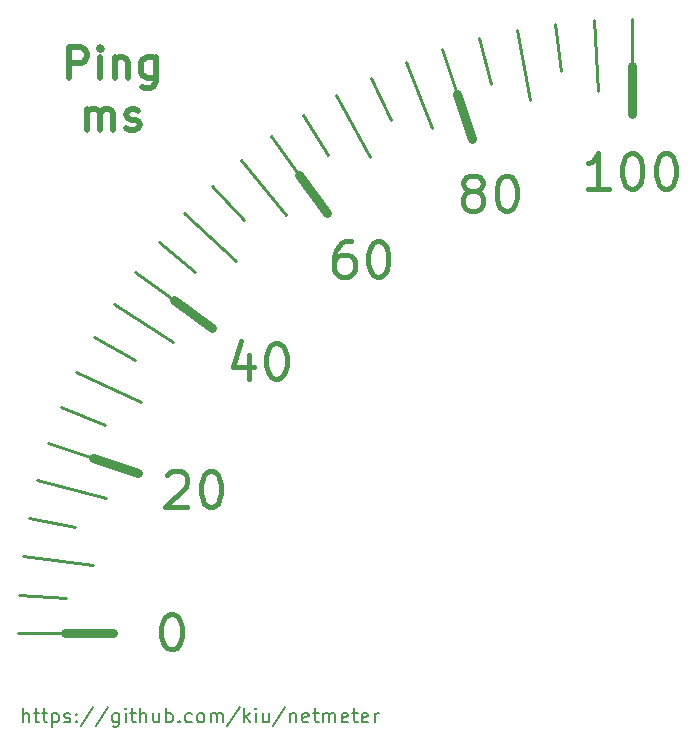
<source format=gbr>
G04 #@! TF.GenerationSoftware,KiCad,Pcbnew,(5.1.6)-1*
G04 #@! TF.CreationDate,2020-09-05T20:29:05+02:00*
G04 #@! TF.ProjectId,netmeter_panel_ping,6e65746d-6574-4657-925f-70616e656c5f,rev?*
G04 #@! TF.SameCoordinates,Original*
G04 #@! TF.FileFunction,Legend,Top*
G04 #@! TF.FilePolarity,Positive*
%FSLAX46Y46*%
G04 Gerber Fmt 4.6, Leading zero omitted, Abs format (unit mm)*
G04 Created by KiCad (PCBNEW (5.1.6)-1) date 2020-09-05 20:29:05*
%MOMM*%
%LPD*%
G01*
G04 APERTURE LIST*
%ADD10C,0.500000*%
%ADD11C,0.200000*%
%ADD12C,0.250000*%
%ADD13C,0.750000*%
%ADD14C,0.400000*%
G04 APERTURE END LIST*
D10*
X107347619Y-79976190D02*
X107347619Y-77376190D01*
X108338095Y-77376190D01*
X108585714Y-77500000D01*
X108709523Y-77623809D01*
X108833333Y-77871428D01*
X108833333Y-78242857D01*
X108709523Y-78490476D01*
X108585714Y-78614285D01*
X108338095Y-78738095D01*
X107347619Y-78738095D01*
X109947619Y-79976190D02*
X109947619Y-78242857D01*
X109947619Y-77376190D02*
X109823809Y-77500000D01*
X109947619Y-77623809D01*
X110071428Y-77500000D01*
X109947619Y-77376190D01*
X109947619Y-77623809D01*
X111185714Y-78242857D02*
X111185714Y-79976190D01*
X111185714Y-78490476D02*
X111309523Y-78366666D01*
X111557142Y-78242857D01*
X111928571Y-78242857D01*
X112176190Y-78366666D01*
X112300000Y-78614285D01*
X112300000Y-79976190D01*
X114652380Y-78242857D02*
X114652380Y-80347619D01*
X114528571Y-80595238D01*
X114404761Y-80719047D01*
X114157142Y-80842857D01*
X113785714Y-80842857D01*
X113538095Y-80719047D01*
X114652380Y-79852380D02*
X114404761Y-79976190D01*
X113909523Y-79976190D01*
X113661904Y-79852380D01*
X113538095Y-79728571D01*
X113414285Y-79480952D01*
X113414285Y-78738095D01*
X113538095Y-78490476D01*
X113661904Y-78366666D01*
X113909523Y-78242857D01*
X114404761Y-78242857D01*
X114652380Y-78366666D01*
X108833333Y-84376190D02*
X108833333Y-82642857D01*
X108833333Y-82890476D02*
X108957142Y-82766666D01*
X109204761Y-82642857D01*
X109576190Y-82642857D01*
X109823809Y-82766666D01*
X109947619Y-83014285D01*
X109947619Y-84376190D01*
X109947619Y-83014285D02*
X110071428Y-82766666D01*
X110319047Y-82642857D01*
X110690476Y-82642857D01*
X110938095Y-82766666D01*
X111061904Y-83014285D01*
X111061904Y-84376190D01*
X112176190Y-84252380D02*
X112423809Y-84376190D01*
X112919047Y-84376190D01*
X113166666Y-84252380D01*
X113290476Y-84004761D01*
X113290476Y-83880952D01*
X113166666Y-83633333D01*
X112919047Y-83509523D01*
X112547619Y-83509523D01*
X112300000Y-83385714D01*
X112176190Y-83138095D01*
X112176190Y-83014285D01*
X112300000Y-82766666D01*
X112547619Y-82642857D01*
X112919047Y-82642857D01*
X113166666Y-82766666D01*
D11*
X103415714Y-134542857D02*
X103415714Y-133342857D01*
X103930000Y-134542857D02*
X103930000Y-133914285D01*
X103872857Y-133800000D01*
X103758571Y-133742857D01*
X103587142Y-133742857D01*
X103472857Y-133800000D01*
X103415714Y-133857142D01*
X104330000Y-133742857D02*
X104787142Y-133742857D01*
X104501428Y-133342857D02*
X104501428Y-134371428D01*
X104558571Y-134485714D01*
X104672857Y-134542857D01*
X104787142Y-134542857D01*
X105015714Y-133742857D02*
X105472857Y-133742857D01*
X105187142Y-133342857D02*
X105187142Y-134371428D01*
X105244285Y-134485714D01*
X105358571Y-134542857D01*
X105472857Y-134542857D01*
X105872857Y-133742857D02*
X105872857Y-134942857D01*
X105872857Y-133800000D02*
X105987142Y-133742857D01*
X106215714Y-133742857D01*
X106330000Y-133800000D01*
X106387142Y-133857142D01*
X106444285Y-133971428D01*
X106444285Y-134314285D01*
X106387142Y-134428571D01*
X106330000Y-134485714D01*
X106215714Y-134542857D01*
X105987142Y-134542857D01*
X105872857Y-134485714D01*
X106901428Y-134485714D02*
X107015714Y-134542857D01*
X107244285Y-134542857D01*
X107358571Y-134485714D01*
X107415714Y-134371428D01*
X107415714Y-134314285D01*
X107358571Y-134200000D01*
X107244285Y-134142857D01*
X107072857Y-134142857D01*
X106958571Y-134085714D01*
X106901428Y-133971428D01*
X106901428Y-133914285D01*
X106958571Y-133800000D01*
X107072857Y-133742857D01*
X107244285Y-133742857D01*
X107358571Y-133800000D01*
X107930000Y-134428571D02*
X107987142Y-134485714D01*
X107930000Y-134542857D01*
X107872857Y-134485714D01*
X107930000Y-134428571D01*
X107930000Y-134542857D01*
X107930000Y-133800000D02*
X107987142Y-133857142D01*
X107930000Y-133914285D01*
X107872857Y-133857142D01*
X107930000Y-133800000D01*
X107930000Y-133914285D01*
X109358571Y-133285714D02*
X108330000Y-134828571D01*
X110615714Y-133285714D02*
X109587142Y-134828571D01*
X111530000Y-133742857D02*
X111530000Y-134714285D01*
X111472857Y-134828571D01*
X111415714Y-134885714D01*
X111301428Y-134942857D01*
X111130000Y-134942857D01*
X111015714Y-134885714D01*
X111530000Y-134485714D02*
X111415714Y-134542857D01*
X111187142Y-134542857D01*
X111072857Y-134485714D01*
X111015714Y-134428571D01*
X110958571Y-134314285D01*
X110958571Y-133971428D01*
X111015714Y-133857142D01*
X111072857Y-133800000D01*
X111187142Y-133742857D01*
X111415714Y-133742857D01*
X111530000Y-133800000D01*
X112101428Y-134542857D02*
X112101428Y-133742857D01*
X112101428Y-133342857D02*
X112044285Y-133400000D01*
X112101428Y-133457142D01*
X112158571Y-133400000D01*
X112101428Y-133342857D01*
X112101428Y-133457142D01*
X112501428Y-133742857D02*
X112958571Y-133742857D01*
X112672857Y-133342857D02*
X112672857Y-134371428D01*
X112730000Y-134485714D01*
X112844285Y-134542857D01*
X112958571Y-134542857D01*
X113358571Y-134542857D02*
X113358571Y-133342857D01*
X113872857Y-134542857D02*
X113872857Y-133914285D01*
X113815714Y-133800000D01*
X113701428Y-133742857D01*
X113530000Y-133742857D01*
X113415714Y-133800000D01*
X113358571Y-133857142D01*
X114958571Y-133742857D02*
X114958571Y-134542857D01*
X114444285Y-133742857D02*
X114444285Y-134371428D01*
X114501428Y-134485714D01*
X114615714Y-134542857D01*
X114787142Y-134542857D01*
X114901428Y-134485714D01*
X114958571Y-134428571D01*
X115530000Y-134542857D02*
X115530000Y-133342857D01*
X115530000Y-133800000D02*
X115644285Y-133742857D01*
X115872857Y-133742857D01*
X115987142Y-133800000D01*
X116044285Y-133857142D01*
X116101428Y-133971428D01*
X116101428Y-134314285D01*
X116044285Y-134428571D01*
X115987142Y-134485714D01*
X115872857Y-134542857D01*
X115644285Y-134542857D01*
X115530000Y-134485714D01*
X116615714Y-134428571D02*
X116672857Y-134485714D01*
X116615714Y-134542857D01*
X116558571Y-134485714D01*
X116615714Y-134428571D01*
X116615714Y-134542857D01*
X117701428Y-134485714D02*
X117587142Y-134542857D01*
X117358571Y-134542857D01*
X117244285Y-134485714D01*
X117187142Y-134428571D01*
X117130000Y-134314285D01*
X117130000Y-133971428D01*
X117187142Y-133857142D01*
X117244285Y-133800000D01*
X117358571Y-133742857D01*
X117587142Y-133742857D01*
X117701428Y-133800000D01*
X118387142Y-134542857D02*
X118272857Y-134485714D01*
X118215714Y-134428571D01*
X118158571Y-134314285D01*
X118158571Y-133971428D01*
X118215714Y-133857142D01*
X118272857Y-133800000D01*
X118387142Y-133742857D01*
X118558571Y-133742857D01*
X118672857Y-133800000D01*
X118730000Y-133857142D01*
X118787142Y-133971428D01*
X118787142Y-134314285D01*
X118730000Y-134428571D01*
X118672857Y-134485714D01*
X118558571Y-134542857D01*
X118387142Y-134542857D01*
X119301428Y-134542857D02*
X119301428Y-133742857D01*
X119301428Y-133857142D02*
X119358571Y-133800000D01*
X119472857Y-133742857D01*
X119644285Y-133742857D01*
X119758571Y-133800000D01*
X119815714Y-133914285D01*
X119815714Y-134542857D01*
X119815714Y-133914285D02*
X119872857Y-133800000D01*
X119987142Y-133742857D01*
X120158571Y-133742857D01*
X120272857Y-133800000D01*
X120330000Y-133914285D01*
X120330000Y-134542857D01*
X121758571Y-133285714D02*
X120730000Y-134828571D01*
X122158571Y-134542857D02*
X122158571Y-133342857D01*
X122272857Y-134085714D02*
X122615714Y-134542857D01*
X122615714Y-133742857D02*
X122158571Y-134200000D01*
X123130000Y-134542857D02*
X123130000Y-133742857D01*
X123130000Y-133342857D02*
X123072857Y-133400000D01*
X123130000Y-133457142D01*
X123187142Y-133400000D01*
X123130000Y-133342857D01*
X123130000Y-133457142D01*
X124215714Y-133742857D02*
X124215714Y-134542857D01*
X123701428Y-133742857D02*
X123701428Y-134371428D01*
X123758571Y-134485714D01*
X123872857Y-134542857D01*
X124044285Y-134542857D01*
X124158571Y-134485714D01*
X124215714Y-134428571D01*
X125644285Y-133285714D02*
X124615714Y-134828571D01*
X126044285Y-133742857D02*
X126044285Y-134542857D01*
X126044285Y-133857142D02*
X126101428Y-133800000D01*
X126215714Y-133742857D01*
X126387142Y-133742857D01*
X126501428Y-133800000D01*
X126558571Y-133914285D01*
X126558571Y-134542857D01*
X127587142Y-134485714D02*
X127472857Y-134542857D01*
X127244285Y-134542857D01*
X127130000Y-134485714D01*
X127072857Y-134371428D01*
X127072857Y-133914285D01*
X127130000Y-133800000D01*
X127244285Y-133742857D01*
X127472857Y-133742857D01*
X127587142Y-133800000D01*
X127644285Y-133914285D01*
X127644285Y-134028571D01*
X127072857Y-134142857D01*
X127987142Y-133742857D02*
X128444285Y-133742857D01*
X128158571Y-133342857D02*
X128158571Y-134371428D01*
X128215714Y-134485714D01*
X128330000Y-134542857D01*
X128444285Y-134542857D01*
X128844285Y-134542857D02*
X128844285Y-133742857D01*
X128844285Y-133857142D02*
X128901428Y-133800000D01*
X129015714Y-133742857D01*
X129187142Y-133742857D01*
X129301428Y-133800000D01*
X129358571Y-133914285D01*
X129358571Y-134542857D01*
X129358571Y-133914285D02*
X129415714Y-133800000D01*
X129530000Y-133742857D01*
X129701428Y-133742857D01*
X129815714Y-133800000D01*
X129872857Y-133914285D01*
X129872857Y-134542857D01*
X130901428Y-134485714D02*
X130787142Y-134542857D01*
X130558571Y-134542857D01*
X130444285Y-134485714D01*
X130387142Y-134371428D01*
X130387142Y-133914285D01*
X130444285Y-133800000D01*
X130558571Y-133742857D01*
X130787142Y-133742857D01*
X130901428Y-133800000D01*
X130958571Y-133914285D01*
X130958571Y-134028571D01*
X130387142Y-134142857D01*
X131301428Y-133742857D02*
X131758571Y-133742857D01*
X131472857Y-133342857D02*
X131472857Y-134371428D01*
X131530000Y-134485714D01*
X131644285Y-134542857D01*
X131758571Y-134542857D01*
X132615714Y-134485714D02*
X132501428Y-134542857D01*
X132272857Y-134542857D01*
X132158571Y-134485714D01*
X132101428Y-134371428D01*
X132101428Y-133914285D01*
X132158571Y-133800000D01*
X132272857Y-133742857D01*
X132501428Y-133742857D01*
X132615714Y-133800000D01*
X132672857Y-133914285D01*
X132672857Y-134028571D01*
X132101428Y-134142857D01*
X133187142Y-134542857D02*
X133187142Y-133742857D01*
X133187142Y-133971428D02*
X133244285Y-133857142D01*
X133301428Y-133800000D01*
X133415714Y-133742857D01*
X133530000Y-133742857D01*
D12*
X103000000Y-127000000D02*
X107000000Y-127000000D01*
D13*
X107000000Y-127000000D02*
X111000000Y-127000000D01*
D14*
X115857142Y-125357142D02*
X116142857Y-125357142D01*
X116428571Y-125500000D01*
X116571428Y-125642857D01*
X116714285Y-125928571D01*
X116857142Y-126500000D01*
X116857142Y-127214285D01*
X116714285Y-127785714D01*
X116571428Y-128071428D01*
X116428571Y-128214285D01*
X116142857Y-128357142D01*
X115857142Y-128357142D01*
X115571428Y-128214285D01*
X115428571Y-128071428D01*
X115285714Y-127785714D01*
X115142857Y-127214285D01*
X115142857Y-126500000D01*
X115285714Y-125928571D01*
X115428571Y-125642857D01*
X115571428Y-125500000D01*
X115857142Y-125357142D01*
D12*
X103102610Y-123734893D02*
X107094717Y-123986055D01*
X103410036Y-120482672D02*
X109362724Y-121234671D01*
X103921063Y-117256172D02*
X107850212Y-118005697D01*
X104633676Y-114068126D02*
X110445175Y-115560265D01*
X105545061Y-110931116D02*
X109349287Y-112167184D01*
D13*
X109349287Y-112167184D02*
X113153513Y-113403252D01*
D14*
X115623081Y-113591194D02*
X115765938Y-113448337D01*
X116051653Y-113305479D01*
X116765938Y-113305479D01*
X117051653Y-113448337D01*
X117194510Y-113591194D01*
X117337367Y-113876908D01*
X117337367Y-114162622D01*
X117194510Y-114591194D01*
X115480224Y-116305479D01*
X117337367Y-116305479D01*
X119194510Y-113305479D02*
X119480224Y-113305479D01*
X119765938Y-113448337D01*
X119908796Y-113591194D01*
X120051653Y-113876908D01*
X120194510Y-114448337D01*
X120194510Y-115162622D01*
X120051653Y-115734051D01*
X119908796Y-116019765D01*
X119765938Y-116162622D01*
X119480224Y-116305479D01*
X119194510Y-116305479D01*
X118908796Y-116162622D01*
X118765938Y-116019765D01*
X118623081Y-115734051D01*
X118480224Y-115162622D01*
X118480224Y-114448337D01*
X118623081Y-113876908D01*
X118765938Y-113591194D01*
X118908796Y-113448337D01*
X119194510Y-113305479D01*
D12*
X106651623Y-107857523D02*
X110370729Y-109330021D01*
X107948993Y-104859477D02*
X113377956Y-107414153D01*
X109432053Y-101948809D02*
X112937279Y-103875824D01*
X111094948Y-99137007D02*
X116160915Y-102351967D01*
X112931116Y-96435167D02*
X116167184Y-98786308D01*
D13*
X116167184Y-98786308D02*
X119403252Y-101137449D01*
D14*
X122591194Y-103433517D02*
X122591194Y-105433517D01*
X121876908Y-102290660D02*
X121162622Y-104433517D01*
X123019765Y-104433517D01*
X124734051Y-102433517D02*
X125019765Y-102433517D01*
X125305479Y-102576375D01*
X125448337Y-102719232D01*
X125591194Y-103004946D01*
X125734051Y-103576375D01*
X125734051Y-104290660D01*
X125591194Y-104862089D01*
X125448337Y-105147803D01*
X125305479Y-105290660D01*
X125019765Y-105433517D01*
X124734051Y-105433517D01*
X124448337Y-105290660D01*
X124305479Y-105147803D01*
X124162622Y-104862089D01*
X124019765Y-104290660D01*
X124019765Y-103576375D01*
X124162622Y-103004946D01*
X124305479Y-102719232D01*
X124448337Y-102576375D01*
X124734051Y-102433517D01*
D12*
X114933311Y-93853953D02*
X118015364Y-96403648D01*
X117093631Y-91403550D02*
X121467443Y-95510833D01*
X119403550Y-89093631D02*
X122141739Y-92009506D01*
X121853953Y-86933311D02*
X125678496Y-91556391D01*
X124435167Y-84931116D02*
X126786308Y-88167184D01*
D13*
X126786308Y-88167184D02*
X129137449Y-91403252D01*
D14*
X131219232Y-93805479D02*
X130647803Y-93805479D01*
X130362089Y-93948337D01*
X130219232Y-94091194D01*
X129933517Y-94519765D01*
X129790660Y-95091194D01*
X129790660Y-96234051D01*
X129933517Y-96519765D01*
X130076375Y-96662622D01*
X130362089Y-96805479D01*
X130933517Y-96805479D01*
X131219232Y-96662622D01*
X131362089Y-96519765D01*
X131504946Y-96234051D01*
X131504946Y-95519765D01*
X131362089Y-95234051D01*
X131219232Y-95091194D01*
X130933517Y-94948337D01*
X130362089Y-94948337D01*
X130076375Y-95091194D01*
X129933517Y-95234051D01*
X129790660Y-95519765D01*
X133362089Y-93805479D02*
X133647803Y-93805479D01*
X133933517Y-93948337D01*
X134076375Y-94091194D01*
X134219232Y-94376908D01*
X134362089Y-94948337D01*
X134362089Y-95662622D01*
X134219232Y-96234051D01*
X134076375Y-96519765D01*
X133933517Y-96662622D01*
X133647803Y-96805479D01*
X133362089Y-96805479D01*
X133076375Y-96662622D01*
X132933517Y-96519765D01*
X132790660Y-96234051D01*
X132647803Y-95662622D01*
X132647803Y-94948337D01*
X132790660Y-94376908D01*
X132933517Y-94091194D01*
X133076375Y-93948337D01*
X133362089Y-93805479D01*
D12*
X127137007Y-83094948D02*
X129280314Y-86472260D01*
X129948809Y-81432053D02*
X132839331Y-86689893D01*
X132859477Y-79948993D02*
X134562594Y-83568301D01*
X135857523Y-78651623D02*
X138066271Y-84230282D01*
X138931116Y-77545061D02*
X140167184Y-81349287D01*
D13*
X140167184Y-81349287D02*
X141403252Y-85153513D01*
D14*
X141234051Y-89551653D02*
X140948337Y-89408796D01*
X140805479Y-89265938D01*
X140662622Y-88980224D01*
X140662622Y-88837367D01*
X140805479Y-88551653D01*
X140948337Y-88408796D01*
X141234051Y-88265938D01*
X141805479Y-88265938D01*
X142091194Y-88408796D01*
X142234051Y-88551653D01*
X142376908Y-88837367D01*
X142376908Y-88980224D01*
X142234051Y-89265938D01*
X142091194Y-89408796D01*
X141805479Y-89551653D01*
X141234051Y-89551653D01*
X140948337Y-89694510D01*
X140805479Y-89837367D01*
X140662622Y-90123081D01*
X140662622Y-90694510D01*
X140805479Y-90980224D01*
X140948337Y-91123081D01*
X141234051Y-91265938D01*
X141805479Y-91265938D01*
X142091194Y-91123081D01*
X142234051Y-90980224D01*
X142376908Y-90694510D01*
X142376908Y-90123081D01*
X142234051Y-89837367D01*
X142091194Y-89694510D01*
X141805479Y-89551653D01*
X144234051Y-88265938D02*
X144519765Y-88265938D01*
X144805479Y-88408796D01*
X144948337Y-88551653D01*
X145091194Y-88837367D01*
X145234051Y-89408796D01*
X145234051Y-90123081D01*
X145091194Y-90694510D01*
X144948337Y-90980224D01*
X144805479Y-91123081D01*
X144519765Y-91265938D01*
X144234051Y-91265938D01*
X143948337Y-91123081D01*
X143805479Y-90980224D01*
X143662622Y-90694510D01*
X143519765Y-90123081D01*
X143519765Y-89408796D01*
X143662622Y-88837367D01*
X143805479Y-88551653D01*
X143948337Y-88408796D01*
X144234051Y-88265938D01*
D12*
X142068126Y-76633676D02*
X143062885Y-80508008D01*
X145256172Y-75921063D02*
X146380460Y-81814786D01*
X148482672Y-75410036D02*
X148984005Y-79378494D01*
X151734893Y-75102610D02*
X152111636Y-81090770D01*
X155000000Y-75000000D02*
X155000000Y-79000000D01*
D13*
X155000000Y-79000000D02*
X155000000Y-83000000D01*
D14*
X153000000Y-89357142D02*
X151285714Y-89357142D01*
X152142857Y-89357142D02*
X152142857Y-86357142D01*
X151857142Y-86785714D01*
X151571428Y-87071428D01*
X151285714Y-87214285D01*
X154857142Y-86357142D02*
X155142857Y-86357142D01*
X155428571Y-86500000D01*
X155571428Y-86642857D01*
X155714285Y-86928571D01*
X155857142Y-87500000D01*
X155857142Y-88214285D01*
X155714285Y-88785714D01*
X155571428Y-89071428D01*
X155428571Y-89214285D01*
X155142857Y-89357142D01*
X154857142Y-89357142D01*
X154571428Y-89214285D01*
X154428571Y-89071428D01*
X154285714Y-88785714D01*
X154142857Y-88214285D01*
X154142857Y-87500000D01*
X154285714Y-86928571D01*
X154428571Y-86642857D01*
X154571428Y-86500000D01*
X154857142Y-86357142D01*
X157714285Y-86357142D02*
X158000000Y-86357142D01*
X158285714Y-86500000D01*
X158428571Y-86642857D01*
X158571428Y-86928571D01*
X158714285Y-87500000D01*
X158714285Y-88214285D01*
X158571428Y-88785714D01*
X158428571Y-89071428D01*
X158285714Y-89214285D01*
X158000000Y-89357142D01*
X157714285Y-89357142D01*
X157428571Y-89214285D01*
X157285714Y-89071428D01*
X157142857Y-88785714D01*
X157000000Y-88214285D01*
X157000000Y-87500000D01*
X157142857Y-86928571D01*
X157285714Y-86642857D01*
X157428571Y-86500000D01*
X157714285Y-86357142D01*
M02*

</source>
